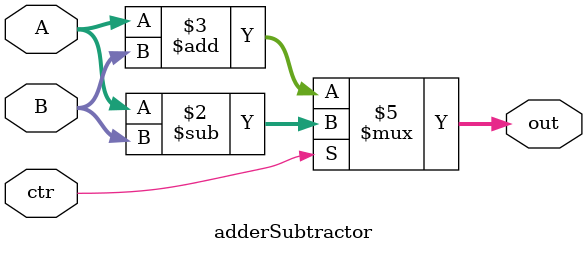
<source format=sv>
module adderSubtractor (
    input  logic [4:0] A,
    input  logic [4:0] B,
    input  logic       ctr,   // 0 = add, 1 = subtract (A - B)
    output logic [4:0] out
);
    always_comb begin
        if (ctr) out = A - B;
        else     out = A + B;
    end
endmodule
</source>
